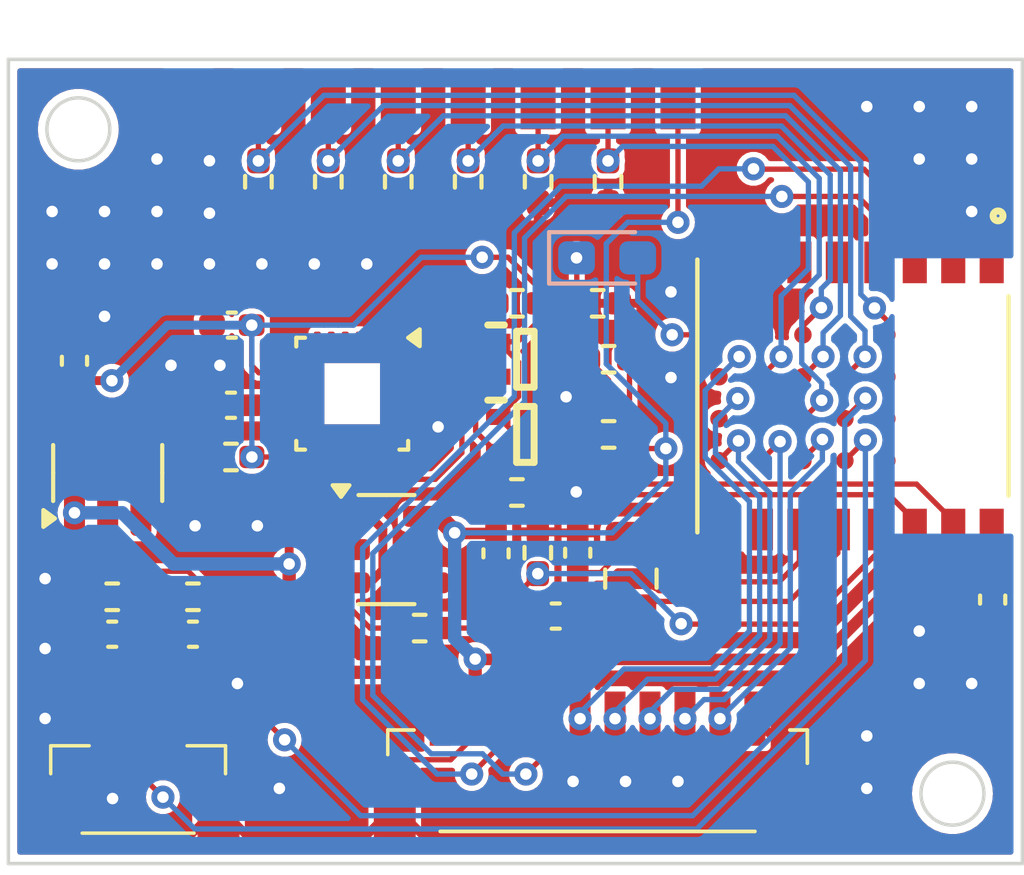
<source format=kicad_pcb>
(kicad_pcb (version 20240108) (generator "pcbnew") (generator_version "8.0")
  (layers (0 "F.Cu" signal) (31 "B.Cu" signal) (34 "B.Paste" user) (35 "F.Paste" user) (36 "B.SilkS" user "B.Silkscreen") (37 "F.SilkS" user "F.Silkscreen") (38 "B.Mask" user) (39 "F.Mask" user) (44 "Edge.Cuts" user))
  (net 0 "")
  (net 1 "GND")
  (net 2 "VCC")
  (net 3 "Net-(U2-REGOUT)")
  (net 4 "Net-(U1-P00{slash}XL1)")
  (net 5 "+1V8")
  (net 6 "Net-(U1-P01{slash}XL2)")
  (net 7 "Net-(D1-K)")
  (net 8 "/LED1")
  (net 9 "/VBAT")
  (net 10 "/SDA")
  (net 11 "/SCL")
  (net 12 "/SWDCLK")
  (net 13 "/SWDIO")
  (net 14 "Net-(U2-~{CS})")
  (net 15 "/SCL_1V8")
  (net 16 "/SDA_1V8")
  (net 17 "/BAT_V")
  (net 23 "/VIB_CTRL")
  (net 47 "/A3")
  (net 48 "/EN_A")
  (net 49 "/EN_B")
  (net 50 "/A5")
  (net 51 "/BTN_2")
  (net 52 "/BTN_3")
  (net 53 "/BTN_4")
  (net 54 "/BTN_1")
  (net 55 "/A2")
  (net 56 "/A1")
  (net 57 "/A4")
  (net 58 "/A0")
  (footprint "Capacitor_SMD:C_0402_1005Metric_Pad0.74x0.62mm_HandSolder" (layer "F.Cu") (at 165.8135 116.120121)
    (property "Reference" "C4" (hide yes))
    (property "Value" "22pF")
  )
  (footprint "Capacitor_SMD:C_0402_1005Metric_Pad0.74x0.62mm_HandSolder" (layer "F.Cu") (at 164.106 114.325121 -90)
    (property "Reference" "C5" (hide yes))
    (property "Value" "10uF")
  )
  (footprint "Sensor_Motion:InvenSense_QFN-24_3x3mm_P0.4mm" (layer "F.Cu") (at 159.9935 109.760121 -90)
    (property "Reference" "U2" (hide yes))
    (property "Value" "ICM-20948")
  )
  (footprint "Resistor_SMD:R_0402_1005Metric_Pad0.72x0.64mm_HandSolder" (layer "F.Cu") (at 156.526 111.570121)
    (property "Reference" "R3" (hide yes))
    (property "Value" "10K")
  )
  (footprint "Resistor_SMD:R_0402_1005Metric_Pad0.72x0.64mm_HandSolder" (layer "F.Cu") (at 167.326 108.775121)
    (property "Reference" "R1" (hide yes))
    (property "Value" "4.7K")
  )
  (footprint "SamacSys_Parts:BM03BSRSSTBTLFSN" (layer "F.Cu") (at 153.87 119.828621)
    (property "Reference" "J1" (hide yes))
    (property "Value" "encoder" (hide yes))
  )
  (footprint "Resistor_SMD:R_0402_1005Metric_Pad0.72x0.64mm_HandSolder" (layer "F.Cu") (at 161.9235 116.463621)
    (property "Reference" "R7" (hide yes))
    (property "Value" "499K")
  )
  (footprint "Package_TO_SOT_SMD:SOT-23-5" (layer "F.Cu") (at 153 112.028621 90)
    (property "Reference" "U4" (hide yes))
    (property "Value" "AP2112K-1.8")
  )
  (footprint "Package_TO_SOT_SMD:SOT-23-5" (layer "F.Cu") (at 160.9735 114.218621)
    (property "Reference" "U3" (hide yes))
    (property "Value" "AP2112K-3.3")
  )
  (footprint "SamacSys_Parts:SOTFL50P160X60-3N" (layer "F.Cu") (at 164.9455 110.925121)
    (property "Reference" "Q1" (hide yes))
    (property "Value" "PJE8408_R1_00001" (hide yes))
  )
  (footprint "SamacSys_Parts:SOTFL50P160X60-3N" (layer "F.Cu") (at 164.9455 108.775121)
    (property "Reference" "Q2" (hide yes))
    (property "Value" "PJE8408_R1_00001" (hide yes))
  )
  (footprint "Resistor_SMD:R_0402_1005Metric_Pad0.72x0.64mm_HandSolder" (layer "F.Cu") (at 167.0135 107.175121)
    (property "Reference" "R11" (hide yes))
    (property "Value" "330")
  )
  (footprint "Resistor_SMD:R_0402_1005Metric_Pad0.72x0.64mm_HandSolder" (layer "F.Cu") (at 163.31 103.698621 90)
    (property "Reference" "R13" (hide yes))
    (property "Value" "10K")
  )
  (footprint "Resistor_SMD:R_0402_1005Metric_Pad0.72x0.64mm_HandSolder" (layer "F.Cu") (at 161.31 103.698621 90)
    (property "Reference" "R14" (hide yes))
    (property "Value" "10K")
  )
  (footprint "Capacitor_SMD:C_0805_2012Metric_Pad1.18x1.45mm_HandSolder" (layer "F.Cu") (at 167.9635 115.050121 90)
    (property "Reference" "Y1" (hide yes))
    (property "Value" "32.768kHz")
  )
  (footprint "SamacSys_Parts:BM10BSRSSTBLFSN" (layer "F.Cu") (at 167.01 120.828621)
    (property "Reference" "J2" (hide yes))
    (property "Value" "buttons" (hide yes))
  )
  (footprint "Resistor_SMD:R_0402_1005Metric_Pad0.72x0.64mm_HandSolder" (layer "F.Cu") (at 165.301 114.308621 90)
    (property "Reference" "R8" (hide yes))
    (property "Value" "499K")
  )
  (footprint "Capacitor_SMD:C_0402_1005Metric_Pad0.74x0.62mm_HandSolder" (layer "F.Cu") (at 153.13 116.638621)
    (property "Reference" "C9" (hide yes))
    (property "Value" "0.1uF")
  )
  (footprint "Capacitor_SMD:C_0402_1005Metric_Pad0.74x0.62mm_HandSolder" (layer "F.Cu") (at 166.4425 114.308621 -90)
    (property "Reference" "C2" (hide yes))
    (property "Value" "22pF")
  )
  (footprint "Resistor_SMD:R_0402_1005Metric_Pad0.72x0.64mm_HandSolder" (layer "F.Cu") (at 167.326 110.925121)
    (property "Reference" "R2" (hide yes))
    (property "Value" "4.7K")
  )
  (footprint "Resistor_SMD:R_0402_1005Metric_Pad0.72x0.64mm_HandSolder" (layer "F.Cu") (at 165.31 103.698621 90)
    (property "Reference" "R12" (hide yes))
    (property "Value" "10K")
  )
  (footprint "Resistor_SMD:R_0402_1005Metric_Pad0.72x0.64mm_HandSolder" (layer "F.Cu") (at 159.31 103.698621 90)
    (property "Reference" "R15" (hide yes))
    (property "Value" "10K")
  )
  (footprint "Resistor_SMD:R_0402_1005Metric_Pad0.72x0.64mm_HandSolder" (layer "F.Cu") (at 164.7035 112.585121)
    (property "Reference" "R5" (hide yes))
    (property "Value" "10K")
  )
  (footprint "Resistor_SMD:R_0402_1005Metric_Pad0.72x0.64mm_HandSolder" (layer "F.Cu") (at 155.4375 115.568621)
    (property "Reference" "R9" (hide yes))
    (property "Value" "10K")
  )
  (footprint "Capacitor_SMD:C_0402_1005Metric_Pad0.74x0.62mm_HandSolder" (layer "F.Cu") (at 155.4375 116.638621 180)
    (property "Reference" "C10" (hide yes))
    (property "Value" "0.1uF")
  )
  (footprint "Capacitor_SMD:C_0402_1005Metric_Pad0.74x0.62mm_HandSolder" (layer "F.Cu") (at 152.05 108.818621 90)
    (property "Reference" "C6" (hide yes))
    (property "Value" "10uF")
  )
  (footprint "Mylib:pinheader_pitch_2mmx8" (layer "F.Cu") (at 162.31 101.348621)
    (property "Reference" "J3" (hide yes))
    (property "Value" "joystick")
  )
  (footprint "Resistor_SMD:R_0402_1005Metric_Pad0.72x0.64mm_HandSolder" (layer "F.Cu") (at 153.13 115.568621 180)
    (property "Reference" "R4" (hide yes))
    (property "Value" "10K")
  )
  (footprint "Capacitor_SMD:C_0402_1005Metric_Pad0.74x0.62mm_HandSolder" (layer "F.Cu") (at 178.31 115.648621 -90)
    (property "Reference" "C8" (hide yes))
    (property "Value" "0.1uF")
  )
  (footprint "Resistor_SMD:R_0402_1005Metric_Pad0.72x0.64mm_HandSolder" (layer "F.Cu") (at 167.31 103.698621 90)
    (property "Reference" "R10" (hide yes))
    (property "Value" "10K")
  )
  (footprint "Mylib:XCVR_BC832" (layer "F.Cu") (at 174.3645 109.825121 -90)
    (property "Reference" "U1" (hide yes))
    (property "Value" "BC832")
  )
  (footprint "Resistor_SMD:R_0402_1005Metric_Pad0.72x0.64mm_HandSolder" (layer "F.Cu") (at 164.705 107.175121)
    (property "Reference" "R6" (hide yes))
    (property "Value" "10K")
  )
  (footprint "Capacitor_SMD:C_0402_1005Metric_Pad0.74x0.62mm_HandSolder" (layer "F.Cu") (at 156.526 110.090121 180)
    (property "Reference" "C1" (hide yes))
    (property "Value" "0.1uF")
  )
  (footprint "Capacitor_SMD:C_0402_1005Metric_Pad0.74x0.62mm_HandSolder" (layer "F.Cu") (at 156.55 107.798621 180)
    (property "Reference" "C3" (hide yes))
    (property "Value" "0.1uF")
  )
  (footprint "Resistor_SMD:R_0402_1005Metric_Pad0.72x0.64mm_HandSolder" (layer "F.Cu") (at 157.31 103.698621 90)
    (property "Reference" "R16" (hide yes))
    (property "Value" "10K")
  )
  (footprint "LED_SMD:LED_0603_1608Metric_Pad1.05x0.95mm_HandSolder" (layer "B.Cu") (at 167.2835 105.875121)
    (property "Reference" "D1" (hide yes))
    (property "Value" "RED")
  )
  (gr_line (start 179.16 100.198621) (end 179.16 123.198621) (stroke (width 0.1)) (layer "Edge.Cuts"))
  (gr_circle (center 177.16 121.198621) (end 178.06 121.198621) (stroke (width 0.1)) (fill none) (layer "Edge.Cuts"))
  (gr_line (start 150.16 123.198621) (end 150.16 100.198621) (stroke (width 0.1)) (layer "Edge.Cuts"))
  (gr_line (start 179.16 123.198621) (end 150.16 123.198621) (stroke (width 0.1)) (layer "Edge.Cuts"))
  (gr_circle (center 152.16 102.198621) (end 153.06 102.198621) (stroke (width 0.1)) (fill none) (layer "Edge.Cuts"))
  (gr_line (start 150.16 100.198621) (end 179.16 100.198621) (stroke (width 0.1)) (layer "Edge.Cuts"))
  (segment (start 159.0435 110.190121) (end 159.0435 109.710121) (width 0.1524) (layer "F.Cu") (net 1))
  (segment (start 158.4935 110.360121) (end 158.8735 110.360121) (width 0.1524) (layer "F.Cu") (net 1))
  (segment (start 159.0435 109.710121) (end 158.8935 109.560121) (width 0.1524) (layer "F.Cu") (net 1))
  (segment (start 158.8935 109.560121) (end 158.4935 109.560121) (width 0.1524) (layer "F.Cu") (net 1))
  (segment (start 158.8735 110.360121) (end 159.0435 110.190121) (width 0.1524) (layer "F.Cu") (net 1))
  (via (at 154.81 108.948621) (size 0.6604) (drill 0.3302) (layers "F.Cu" "B.Cu") (net 1))
  (via (at 166.11 109.848621) (size 0.6604) (drill 0.3302) (layers "F.Cu" "B.Cu") (net 1))
  (via (at 151.21 117.048621) (size 0.6604) (drill 0.3302) (layers "F.Cu" "B.Cu") (net 1))
  (via (at 166.31 120.848621) (size 0.6604) (drill 0.3302) (layers "F.Cu" "B.Cu") (net 1))
  (via (at 157.91 121.048621) (size 0.6604) (drill 0.3302) (layers "F.Cu" "B.Cu") (net 1))
  (via (at 153.14 121.338621) (size 0.6604) (drill 0.3302) (layers "F.Cu" "B.Cu") (net 1))
  (via (at 154.41 103.048621) (size 0.6604) (drill 0.3302) (layers "F.Cu" "B.Cu") (net 1))
  (via (at 166.4 112.568621) (size 0.6604) (drill 0.3302) (layers "F.Cu" "B.Cu") (net 1))
  (via (at 155.5 113.538621) (size 0.6604) (drill 0.3302) (layers "F.Cu" "B.Cu") (net 1))
  (via (at 177.71 118.048621) (size 0.6604) (drill 0.3302) (layers "F.Cu" "B.Cu") (net 1))
  (via (at 154.41 106.048621) (size 0.6604) (drill 0.3302) (layers "F.Cu" "B.Cu") (net 1))
  (via (at 156.21 108.948621) (size 0.6604) (drill 0.3302) (layers "F.Cu" "B.Cu") (net 1))
  (via (at 155.91 106.048621) (size 0.6604) (drill 0.3302) (layers "F.Cu" "B.Cu") (net 1))
  (via (at 177.71 101.548621) (size 0.6604) (drill 0.3302) (layers "F.Cu" "B.Cu") (net 1))
  (via (at 174.71 119.548621) (size 0.6604) (drill 0.3302) (layers "F.Cu" "B.Cu") (net 1))
  (via (at 155.91 104.598621) (size 0.6604) (drill 0.3302) (layers "F.Cu" "B.Cu") (net 1))
  (via (at 152.91 107.548621) (size 0.6604) (drill 0.3302) (layers "F.Cu" "B.Cu") (net 1))
  (via (at 156.71 118.048621) (size 0.6604) (drill 0.3302) (layers "F.Cu" "B.Cu") (net 1))
  (via (at 169.11 106.848621) (size 0.6604) (drill 0.3302) (layers "F.Cu" "B.Cu") (net 1))
  (via (at 169.11 109.298621) (size 0.6604) (drill 0.3302) (layers "F.Cu" "B.Cu") (net 1))
  (via (at 162.45 110.708621) (size 0.6604) (drill 0.3302) (layers "F.Cu" "B.Cu") (net 1))
  (via (at 177.71 104.548621) (size 0.6604) (drill 0.3302) (layers "F.Cu" "B.Cu") (net 1))
  (via (at 151.21 119.048621) (size 0.6604) (drill 0.3302) (layers "F.Cu" "B.Cu") (net 1))
  (via (at 158.91 106.048621) (size 0.6604) (drill 0.3302) (layers "F.Cu" "B.Cu") (net 1))
  (via (at 176.21 116.548621) (size 0.6604) (drill 0.3302) (layers "F.Cu" "B.Cu") (net 1))
  (via (at 151.41 104.548621) (size 0.6604) (drill 0.3302) (layers "F.Cu" "B.Cu") (net 1))
  (via (at 177.71 103.048621) (size 0.6604) (drill 0.3302) (layers "F.Cu" "B.Cu") (net 1))
  (via (at 176.21 101.548621) (size 0.6604) (drill 0.3302) (layers "F.Cu" "B.Cu") (net 1))
  (via (at 160.41 106.048621) (size 0.6604) (drill 0.3302) (layers "F.Cu" "B.Cu") (net 1))
  (via (at 176.21 118.048621) (size 0.6604) (drill 0.3302) (layers "F.Cu" "B.Cu") (net 1))
  (via (at 154.41 104.548621) (size 0.6604) (drill 0.3302) (layers "F.Cu" "B.Cu") (net 1))
  (via (at 157.28 113.538621) (size 0.6604) (drill 0.3302) (layers "F.Cu" "B.Cu") (net 1))
  (via (at 152.91 106.048621) (size 0.6604) (drill 0.3302) (layers "F.Cu" "B.Cu") (net 1))
  (via (at 169.31 120.848621) (size 0.6604) (drill 0.3302) (layers "F.Cu" "B.Cu") (net 1))
  (via (at 176.21 103.048621) (size 0.6604) (drill 0.3302) (layers "F.Cu" "B.Cu") (net 1))
  (via (at 174.71 101.548621) (size 0.6604) (drill 0.3302) (layers "F.Cu" "B.Cu") (net 1))
  (via (at 151.21 115.048621) (size 0.6604) (drill 0.3302) (layers "F.Cu" "B.Cu") (net 1))
  (via (at 157.41 106.048621) (size 0.6604) (drill 0.3302) (layers "F.Cu" "B.Cu") (net 1))
  (via (at 155.91 103.098621) (size 0.6604) (drill 0.3302) (layers "F.Cu" "B.Cu") (net 1))
  (via (at 174.71 121.048621) (size 0.6604) (drill 0.3302) (layers "F.Cu" "B.Cu") (net 1))
  (via (at 167.81 120.848621) (size 0.6604) (drill 0.3302) (layers "F.Cu" "B.Cu") (net 1))
  (via (at 152.91 104.548621) (size 0.6604) (drill 0.3302) (layers "F.Cu" "B.Cu") (net 1))
  (via (at 151.41 106.048621) (size 0.6604) (drill 0.3302) (layers "F.Cu" "B.Cu") (net 1))
  (segment (start 175.6275 115.081121) (end 178.31 115.081121) (width 0.3302) (layer "F.Cu") (net 2))
  (segment (start 167.9235 110.925121) (end 167.9235 108.775121) (width 0.1524) (layer "F.Cu") (net 2))
  (segment (start 153.2625 114.838621) (end 155.305 114.838621) (width 0.1524) (layer "F.Cu") (net 2))
  (segment (start 156.035 115.568621) (end 160.695 120.228621) (width 0.1524) (layer "F.Cu") (net 2))
  (segment (start 168.327 111.328621) (end 167.9235 110.925121) (width 0.1524) (layer "F.Cu") (net 2))
  (segment (start 163.51 117.348621) (end 163.52 117.358621) (width 0.3302) (layer "F.Cu") (net 2))
  (segment (start 178.2825 115.053621) (end 178.2825 113.645121) (width 0.3302) (layer "F.Cu") (net 2))
  (segment (start 162.4525 113.268621) (end 162.9225 113.738621) (width 0.508) (layer "F.Cu") (net 2))
  (segment (start 162.9535 113.757621) (end 162.9345 113.738621) (width 0.3302) (layer "F.Cu") (net 2))
  (segment (start 163.51 119.528621) (end 163.51 119.053621) (width 0.1524) (layer "F.Cu") (net 2))
  (segment (start 168.9625 111.328621) (end 168.327 111.328621) (width 0.1524) (layer "F.Cu") (net 2))
  (segment (start 162.81 120.228621) (end 163.51 119.528621) (width 0.1524) (layer "F.Cu") (net 2))
  (segment (start 162.9345 113.738621) (end 162.9225 113.738621) (width 0.3302) (layer "F.Cu") (net 2))
  (segment (start 169.31 104.858621) (end 169.31 101.348621) (width 0.1524) (layer "F.Cu") (net 2))
  (segment (start 162.111 113.268621) (end 162.4525 113.268621) (width 0.508) (layer "F.Cu") (net 2))
  (segment (start 160.695 120.228621) (end 162.81 120.228621) (width 0.1524) (layer "F.Cu") (net 2))
  (segment (start 155.305 114.838621) (end 156.035 115.568621) (width 0.1524) (layer "F.Cu") (net 2))
  (segment (start 173.35 117.358621) (end 175.6275 115.081121) (width 0.3302) (layer "F.Cu") (net 2))
  (segment (start 163.52 117.358621) (end 173.35 117.358621) (width 0.3302) (layer "F.Cu") (net 2))
  (segment (start 163.51 117.348621) (end 163.51 119.053621) (width 0.381) (layer "F.Cu") (net 2))
  (segment (start 152.5325 115.568621) (end 153.2625 114.838621) (width 0.1524) (layer "F.Cu") (net 2))
  (segment (start 178.31 115.081121) (end 178.2825 115.053621) (width 0.3302) (layer "F.Cu") (net 2))
  (segment (start 164.106 113.757621) (end 162.9535 113.757621) (width 0.3302) (layer "F.Cu") (net 2))
  (via (at 162.9225 113.738621) (size 0.6604) (drill 0.3302) (layers "F.Cu" "B.Cu") (net 2))
  (via (at 163.51 117.348621) (size 0.6604) (drill 0.3302) (layers "F.Cu" "B.Cu") (net 2))
  (via (at 168.9625 111.328621) (size 0.6604) (drill 0.3302) (layers "F.Cu" "B.Cu") (net 2))
  (via (at 169.31 104.858621) (size 0.6604) (drill 0.3302) (layers "F.Cu" "B.Cu") (net 2))
  (segment (start 167.43 113.738621) (end 162.9225 113.738621) (width 0.1524) (layer "B.Cu") (net 2))
  (segment (start 168.9625 112.206121) (end 167.43 113.738621) (width 0.1524) (layer "B.Cu") (net 2))
  (segment (start 162.9225 113.738621) (end 162.9225 116.761121) (width 0.381) (layer "B.Cu") (net 2))
  (segment (start 162.9225 116.761121) (end 163.51 117.348621) (width 0.381) (layer "B.Cu") (net 2))
  (segment (start 168.9625 111.328621) (end 168.9625 112.206121) (width 0.1524) (layer "B.Cu") (net 2))
  (segment (start 169.31 104.858621) (end 167.87 104.858621) (width 0.1524) (layer "B.Cu") (net 2))
  (segment (start 167.26 108.908621) (end 168.9625 110.611121) (width 0.1524) (layer "B.Cu") (net 2))
  (segment (start 167.26 105.468621) (end 167.26 108.908621) (width 0.1524) (layer "B.Cu") (net 2))
  (segment (start 167.87 104.858621) (end 167.26 105.468621) (width 0.1524) (layer "B.Cu") (net 2))
  (segment (start 168.9625 110.611121) (end 168.9625 111.328621) (width 0.1524) (layer "B.Cu") (net 2))
  (segment (start 158.4935 109.960121) (end 157.2235 109.960121) (width 0.1524) (layer "F.Cu") (net 3))
  (segment (start 157.2235 109.960121) (end 157.0935 110.090121) (width 0.1524) (layer "F.Cu") (net 3))
  (segment (start 172.7825 114.561121) (end 172.7825 113.645121) (width 0.1524) (layer "F.Cu") (net 4))
  (segment (start 172.2035 115.140121) (end 172.7825 114.561121) (width 0.1524) (layer "F.Cu") (net 4))
  (segment (start 170.0735 115.140121) (end 172.2035 115.140121) (width 0.1524) (layer "F.Cu") (net 4))
  (segment (start 166.4425 114.876121) (end 167.1 114.876121) (width 0.1524) (layer "F.Cu") (net 4))
  (segment (start 168.946 114.012621) (end 170.0735 115.140121) (width 0.1524) (layer "F.Cu") (net 4))
  (segment (start 167.9635 114.012621) (end 168.946 114.012621) (width 0.1524) (layer "F.Cu") (net 4))
  (segment (start 167.1 114.876121) (end 167.9635 114.012621) (width 0.1524) (layer "F.Cu") (net 4))
  (segment (start 157.12 107.800121) (end 157.12 108.958621) (width 0.1524) (layer "F.Cu") (net 5))
  (segment (start 152.05 110.891121) (end 152.05 109.386121) (width 0.254) (layer "F.Cu") (net 5))
  (segment (start 158.1385 111.260121) (end 157.8285 111.570121) (width 0.1524) (layer "F.Cu") (net 5))
  (segment (start 164.77 111.024621) (end 164.77 112.028621) (width 0.1524) (layer "F.Cu") (net 5))
  (segment (start 165.3025 107.696121) (end 165.3025 107.175121) (width 0.1524) (layer "F.Cu") (net 5))
  (segment (start 164.452 105.858621) (end 165.3025 106.709121) (width 0.1524) (layer "F.Cu") (net 5))
  (segment (start 153.1175 109.386121) (end 153.12 109.388621) (width 0.254) (layer "F.Cu") (net 5))
  (segment (start 152.05 109.386121) (end 153.1175 109.386121) (width 0.254) (layer "F.Cu") (net 5))
  (segment (start 157.8285 111.570121) (end 157.1235 111.570121) (width 0.1524) (layer "F.Cu") (net 5))
  (segment (start 164.1705 108.275121) (end 164.7235 108.275121) (width 0.1524) (layer "F.Cu") (net 5))
  (segment (start 164.1705 110.425121) (end 164.77 111.024621) (width 0.1524) (layer "F.Cu") (net 5))
  (segment (start 164.75 108.854621) (end 164.1705 108.275121) (width 0.1524) (layer "F.Cu") (net 5))
  (segment (start 164.75 109.845621) (end 164.75 108.854621) (width 0.1524) (layer "F.Cu") (net 5))
  (segment (start 157.3215 109.160121) (end 158.4935 109.160121) (width 0.1524) (layer "F.Cu") (net 5))
  (segment (start 164.1705 110.425121) (end 164.75 109.845621) (width 0.1524) (layer "F.Cu") (net 5))
  (segment (start 157.12 108.958621) (end 157.3215 109.160121) (width 0.1524) (layer "F.Cu") (net 5))
  (segment (start 165.301 112.559621) (end 165.301 112.585121) (width 0.1524) (layer "F.Cu") (net 5))
  (segment (start 158.9935 111.260121) (end 158.1385 111.260121) (width 0.1524) (layer "F.Cu") (net 5))
  (segment (start 163.71 105.858621) (end 164.452 105.858621) (width 0.1524) (layer "F.Cu") (net 5))
  (segment (start 164.7235 108.275121) (end 165.3025 107.696121) (width 0.1524) (layer "F.Cu") (net 5))
  (segment (start 164.77 112.028621) (end 165.301 112.559621) (width 0.1524) (layer "F.Cu") (net 5))
  (segment (start 165.3025 106.709121) (end 165.3025 107.175121) (width 0.1524) (layer "F.Cu") (net 5))
  (via (at 157.1235 111.570121) (size 0.6604) (drill 0.3302) (layers "F.Cu" "B.Cu") (net 5))
  (via (at 153.12 109.388621) (size 0.6604) (drill 0.3302) (layers "F.Cu" "B.Cu") (net 5))
  (via (at 163.71 105.858621) (size 0.6604) (drill 0.3302) (layers "F.Cu" "B.Cu") (net 5))
  (via (at 157.12 107.800121) (size 0.6604) (drill 0.3302) (layers "F.Cu" "B.Cu") (net 5))
  (segment (start 157.1235 107.803621) (end 157.1235 111.570121) (width 0.1524) (layer "B.Cu") (net 5))
  (segment (start 157.12 107.800121) (end 157.1235 107.803621) (width 0.1524) (layer "B.Cu") (net 5))
  (segment (start 160.0335 107.800121) (end 157.12 107.800121) (width 0.1524) (layer "B.Cu") (net 5))
  (segment (start 161.975 105.858621) (end 160.0335 107.800121) (width 0.1524) (layer "B.Cu") (net 5))
  (segment (start 154.7085 107.800121) (end 153.12 109.388621) (width 0.254) (layer "B.Cu") (net 5))
  (segment (start 157.12 107.800121) (end 154.7085 107.800121) (width 0.254) (layer "B.Cu") (net 5))
  (segment (start 163.71 105.858621) (end 161.975 105.858621) (width 0.1524) (layer "B.Cu") (net 5))
  (segment (start 167.9635 116.087621) (end 166.4135 116.087621) (width 0.1524) (layer "F.Cu") (net 6))
  (segment (start 166.4135 116.087621) (end 166.381 116.120121) (width 0.1524) (layer "F.Cu") (net 6))
  (segment (start 167.9635 116.087621) (end 168.351 115.700121) (width 0.1524) (layer "F.Cu") (net 6))
  (segment (start 172.4935 115.700121) (end 173.8825 114.311121) (width 0.1524) (layer "F.Cu") (net 6))
  (segment (start 168.351 115.700121) (end 172.4935 115.700121) (width 0.1524) (layer "F.Cu") (net 6))
  (segment (start 173.8825 114.311121) (end 173.8825 113.645121) (width 0.1524) (layer "F.Cu") (net 6))
  (segment (start 166.416 107.175121) (end 166.416 105.882621) (width 0.1524) (layer "F.Cu") (net 7))
  (segment (start 166.416 105.882621) (end 166.4085 105.875121) (width 0.1524) (layer "F.Cu") (net 7))
  (via (at 166.4085 105.875121) (size 0.6604) (drill 0.3302) (layers "F.Cu" "B.Cu") (net 7))
  (segment (start 170.4835 108.075121) (end 169.1435 108.075121) (width 0.1524) (layer "F.Cu") (net 8))
  (via (at 169.1435 108.075121) (size 0.6604) (drill 0.3302) (layers "F.Cu" "B.Cu") (net 8))
  (segment (start 168.1585 107.090121) (end 169.1435 108.075121) (width 0.1524) (layer "B.Cu") (net 8))
  (segment (start 168.1585 105.875121) (end 168.1585 107.090121) (width 0.1524) (layer "B.Cu") (net 8))
  (segment (start 158.82 113.268621) (end 159.836 113.268621) (width 0.254) (layer "F.Cu") (net 9))
  (segment (start 158.19 114.628621) (end 158.19 113.898621) (width 0.254) (layer "F.Cu") (net 9))
  (segment (start 153.95 113.166121) (end 153.95 112.578621) (width 0.254) (layer "F.Cu") (net 9))
  (segment (start 160.498499 115.168621) (end 160.87 114.79712) (width 0.254) (layer "F.Cu") (net 9))
  (segment (start 159.99 117.728621) (end 161.64 117.728621) (width 0.381) (layer "F.Cu") (net 9))
  (segment (start 160.505 116.463621) (end 161.326 116.463621) (width 0.1524) (layer "F.Cu") (net 9))
  (segment (start 162.51 118.598621) (end 162.51 119.053621) (width 0.381) (layer "F.Cu") (net 9))
  (segment (start 158.19 114.628621) (end 158.19 115.928621) (width 0.381) (layer "F.Cu") (net 9))
  (segment (start 152.68 112.038621) (end 153.41 112.038621) (width 0.254) (layer "F.Cu") (net 9))
  (segment (start 160.87 114.79712) (end 160.87 113.640122) (width 0.254) (layer "F.Cu") (net 9))
  (segment (start 153.95 112.578621) (end 153.41 112.038621) (width 0.254) (layer "F.Cu") (net 9))
  (segment (start 161.64 117.728621) (end 162.51 118.598621) (width 0.381) (layer "F.Cu") (net 9))
  (segment (start 158.19 113.898621) (end 158.82 113.268621) (width 0.254) (layer "F.Cu") (net 9))
  (segment (start 159.836 115.168621) (end 160.498499 115.168621) (width 0.254) (layer "F.Cu") (net 9))
  (segment (start 152.05 113.166121) (end 152.05 112.668621) (width 0.254) (layer "F.Cu") (net 9))
  (segment (start 159.836 113.268621) (end 160.498499 113.268621) (width 0.254) (layer "F.Cu") (net 9))
  (segment (start 152.05 112.668621) (end 152.68 112.038621) (width 0.254) (layer "F.Cu") (net 9))
  (segment (start 158.19 115.928621) (end 159.99 117.728621) (width 0.381) (layer "F.Cu") (net 9))
  (segment (start 159.836 115.794621) (end 160.505 116.463621) (width 0.1524) (layer "F.Cu") (net 9))
  (segment (start 159.836 115.168621) (end 159.836 115.794621) (width 0.1524) (layer "F.Cu") (net 9))
  (segment (start 160.498499 113.268621) (end 160.87 113.640122) (width 0.254) (layer "F.Cu") (net 9))
  (via (at 152.05 113.166121) (size 0.6604) (drill 0.3302) (layers "F.Cu" "B.Cu") (net 9))
  (via (at 158.19 114.628621) (size 0.6604) (drill 0.3302) (layers "F.Cu" "B.Cu") (net 9))
  (segment (start 154.88 114.628621) (end 153.4175 113.166121) (width 0.381) (layer "B.Cu") (net 9))
  (segment (start 153.4175 113.166121) (end 152.05 113.166121) (width 0.381) (layer "B.Cu") (net 9))
  (segment (start 158.19 114.628621) (end 154.88 114.628621) (width 0.381) (layer "B.Cu") (net 9))
  (segment (start 168.0165 112.345121) (end 167.3235 111.652121) (width 0.1524) (layer "F.Cu") (net 10))
  (segment (start 177.1825 113.395121) (end 176.1325 112.345121) (width 0.1524) (layer "F.Cu") (net 10))
  (segment (start 165.7835 108.775121) (end 166.7285 108.775121) (width 0.1524) (layer "F.Cu") (net 10))
  (segment (start 167.3235 111.652121) (end 167.3235 109.370121) (width 0.1524) (layer "F.Cu") (net 10))
  (segment (start 177.1825 113.645121) (end 177.1825 113.395121) (width 0.1524) (layer "F.Cu") (net 10))
  (segment (start 167.3235 109.370121) (end 166.7285 108.775121) (width 0.1524) (layer "F.Cu") (net 10))
  (segment (start 176.1325 112.345121) (end 168.0165 112.345121) (width 0.1524) (layer "F.Cu") (net 10))
  (segment (start 166.7285 111.567121) (end 167.81 112.648621) (width 0.1524) (layer "F.Cu") (net 11))
  (segment (start 166.7285 110.925121) (end 166.7285 111.567121) (width 0.1524) (layer "F.Cu") (net 11))
  (segment (start 167.81 112.648621) (end 175.336 112.648621) (width 0.1524) (layer "F.Cu") (net 11))
  (segment (start 176.0825 113.395121) (end 176.0825 113.645121) (width 0.1524) (layer "F.Cu") (net 11))
  (segment (start 165.7835 110.925121) (end 166.7285 110.925121) (width 0.1524) (layer "F.Cu") (net 11))
  (segment (start 175.336 112.648621) (end 176.0825 113.395121) (width 0.1524) (layer "F.Cu") (net 11))
  (segment (start 165.51 120.088621) (end 164.96 120.638621) (width 0.1524) (layer "F.Cu") (net 12))
  (segment (start 165.51 119.053621) (end 165.51 120.088621) (width 0.1524) (layer "F.Cu") (net 12))
  (segment (start 172.28 104.118621) (end 174.45 104.118621) (width 0.1524) (layer "F.Cu") (net 12))
  (segment (start 174.45 104.118621) (end 174.9825 104.651121) (width 0.1524) (layer "F.Cu") (net 12))
  (segment (start 174.9825 104.651121) (end 174.9825 106.005121) (width 0.1524) (layer "F.Cu") (net 12))
  (via (at 164.96 120.638621) (size 0.6604) (drill 0.3302) (layers "F.Cu" "B.Cu") (net 12))
  (via (at 172.28 104.118621) (size 0.6604) (drill 0.3302) (layers "F.Cu" "B.Cu") (net 12))
  (segment (start 162.253092 120.058621) (end 160.5821 118.387629) (width 0.1524) (layer "B.Cu") (net 12))
  (segment (start 164.9221 105.306521) (end 166.11 104.118621) (width 0.1524) (layer "B.Cu") (net 12))
  (segment (start 163.72 120.058621) (end 162.253092 120.058621) (width 0.1524) (layer "B.Cu") (net 12))
  (segment (start 164.9221 109.986521) (end 164.9221 105.306521) (width 0.1524) (layer "B.Cu") (net 12))
  (segment (start 160.5821 114.326521) (end 164.9221 109.986521) (width 0.1524) (layer "B.Cu") (net 12))
  (segment (start 164.3 120.638621) (end 163.72 120.058621) (width 0.1524) (layer "B.Cu") (net 12))
  (segment (start 166.11 104.118621) (end 172.28 104.118621) (width 0.1524) (layer "B.Cu") (net 12))
  (segment (start 160.5821 118.387629) (end 160.5821 114.326521) (width 0.1524) (layer "B.Cu") (net 12))
  (segment (start 164.96 120.638621) (end 164.3 120.638621) (width 0.1524) (layer "B.Cu") (net 12))
  (segment (start 174.63 103.338621) (end 176.0825 104.791121) (width 0.1524) (layer "F.Cu") (net 13))
  (segment (start 171.47 103.328621) (end 171.48 103.338621) (width 0.1524) (layer "F.Cu") (net 13))
  (segment (start 164.51 119.538621) (end 164.51 119.053621) (width 0.1524) (layer "F.Cu") (net 13))
  (segment (start 163.41 120.638621) (end 164.51 119.538621) (width 0.1524) (layer "F.Cu") (net 13))
  (segment (start 171.48 103.338621) (end 174.63 103.338621) (width 0.1524) (layer "F.Cu") (net 13))
  (segment (start 176.0825 104.791121) (end 176.0825 106.005121) (width 0.1524) (layer "F.Cu") (net 13))
  (via (at 171.47 103.328621) (size 0.6604) (drill 0.3302) (layers "F.Cu" "B.Cu") (net 13))
  (via (at 163.41 120.638621) (size 0.6604) (drill 0.3302) (layers "F.Cu" "B.Cu") (net 13))
  (segment (start 169.9821 103.826521) (end 170.48 103.328621) (width 0.1524) (layer "B.Cu") (net 13))
  (segment (start 170.48 103.328621) (end 171.47 103.328621) (width 0.1524) (layer "B.Cu") (net 13))
  (segment (start 164.63 109.838621) (end 164.63 105.158621) (width 0.1524) (layer "B.Cu") (net 13))
  (segment (start 165.9621 103.826521) (end 169.9821 103.826521) (width 0.1524) (layer "B.Cu") (net 13))
  (segment (start 162.42 120.638621) (end 160.29 118.508621) (width 0.1524) (layer "B.Cu") (net 13))
  (segment (start 163.41 120.638621) (end 162.42 120.638621) (width 0.1524) (layer "B.Cu") (net 13))
  (segment (start 160.29 114.178621) (end 164.63 109.838621) (width 0.1524) (layer "B.Cu") (net 13))
  (segment (start 164.63 105.158621) (end 165.9621 103.826521) (width 0.1524) (layer "B.Cu") (net 13))
  (segment (start 160.29 118.508621) (end 160.29 114.178621) (width 0.1524) (layer "B.Cu") (net 13))
  (segment (start 163.13 109.868621) (end 162.8215 109.560121) (width 0.1524) (layer "F.Cu") (net 14))
  (segment (start 158.74 112.208621) (end 162.37 112.208621) (width 0.1524) (layer "F.Cu") (net 14))
  (segment (start 162.37 112.208621) (end 163.13 111.448621) (width 0.1524) (layer "F.Cu") (net 14))
  (segment (start 156.37 112.618621) (end 158.33 112.618621) (width 0.1524) (layer "F.Cu") (net 14))
  (segment (start 158.33 112.618621) (end 158.74 112.208621) (width 0.1524) (layer "F.Cu") (net 14))
  (segment (start 163.13 111.448621) (end 163.13 109.868621) (width 0.1524) (layer "F.Cu") (net 14))
  (segment (start 162.8215 109.560121) (end 161.4935 109.560121) (width 0.1524) (layer "F.Cu") (net 14))
  (segment (start 155.9285 112.177121) (end 156.37 112.618621) (width 0.1524) (layer "F.Cu") (net 14))
  (segment (start 155.9285 111.570121) (end 155.9285 112.177121) (width 0.1524) (layer "F.Cu") (net 14))
  (segment (start 163.0085 109.160121) (end 163.5235 109.675121) (width 0.1524) (layer "F.Cu") (net 15))
  (segment (start 161.4935 109.160121) (end 163.0085 109.160121) (width 0.1524) (layer "F.Cu") (net 15))
  (segment (start 164.106 112.585121) (end 164.1075 112.583621) (width 0.1524) (layer "F.Cu") (net 15))
  (segment (start 163.5235 110.841121) (end 164.1075 111.425121) (width 0.1524) (layer "F.Cu") (net 15))
  (segment (start 163.5235 109.675121) (end 163.5235 110.841121) (width 0.1524) (layer "F.Cu") (net 15))
  (segment (start 164.1075 112.583621) (end 164.1075 111.425121) (width 0.1524) (layer "F.Cu") (net 15))
  (segment (start 161.4935 108.760121) (end 163.0285 108.760121) (width 0.1524) (layer "F.Cu") (net 16))
  (segment (start 163.0285 108.760121) (end 163.5435 109.275121) (width 0.1524) (layer "F.Cu") (net 16))
  (segment (start 161.4935 107.940121) (end 162.2585 107.175121) (width 0.1524) (layer "F.Cu") (net 16))
  (segment (start 161.4935 108.760121) (end 161.4935 107.940121) (width 0.1524) (layer "F.Cu") (net 16))
  (segment (start 162.2585 107.175121) (end 164.1075 107.175121) (width 0.1524) (layer "F.Cu") (net 16))
  (segment (start 163.5435 109.275121) (end 164.1075 109.275121) (width 0.1524) (layer "F.Cu") (net 16))
  (segment (start 172.9735 116.350121) (end 174.9825 114.341121) (width 0.1524) (layer "F.Cu") (net 17))
  (segment (start 162.521 116.463621) (end 163.7435 116.463621) (width 0.1524) (layer "F.Cu") (net 17))
  (segment (start 169.4 116.338621) (end 169.4115 116.350121) (width 0.1524) (layer "F.Cu") (net 17))
  (segment (start 174.9825 114.341121) (end 174.9825 113.645121) (width 0.1524) (layer "F.Cu") (net 17))
  (segment (start 163.7435 116.463621) (end 165.301 114.906121) (width 0.1524) (layer "F.Cu") (net 17))
  (segment (start 169.4115 116.350121) (end 172.9735 116.350121) (width 0.1524) (layer "F.Cu") (net 17))
  (via (at 165.301 114.906121) (size 0.6604) (drill 0.3302) (layers "F.Cu" "B.Cu") (net 17))
  (via (at 169.4 116.338621) (size 0.6604) (drill 0.3302) (layers "F.Cu" "B.Cu") (net 17))
  (segment (start 169.4 116.338621) (end 167.9675 114.906121) (width 0.1524) (layer "B.Cu") (net 17))
  (segment (start 167.9675 114.906121) (end 165.301 114.906121) (width 0.1524) (layer "B.Cu") (net 17))
  (segment (start 172.8835 111.625121) (end 173.44 111.068621) (width 0.1524) (layer "F.Cu") (net 23))
  (segment (start 172.8835 111.675121) (end 172.8835 111.625121) (width 0.1524) (layer "F.Cu") (net 23))
  (via (at 173.44 111.068621) (size 0.6604) (drill 0.3302) (layers "F.Cu" "B.Cu") (net 23))
  (via (at 170.51 119.053621) (size 0.6604) (drill 0.3302) (layers "F.Cu" "B.Cu") (net 23))
  (segment (start 170.51 119.053621) (end 170.51 119.048621) (width 0.1524) (layer "B.Cu") (net 23))
  (segment (start 170.51 119.048621) (end 172.5221 117.036521) (width 0.1524) (layer "B.Cu") (net 23))
  (segment (start 173.44 111.668621) (end 173.44 111.068621) (width 0.1524) (layer "B.Cu") (net 23))
  (segment (start 172.5221 117.036521) (end 172.5221 112.586521) (width 0.1524) (layer "B.Cu") (net 23))
  (segment (start 172.5221 112.586521) (end 173.44 111.668621) (width 0.1524) (layer "B.Cu") (net 23))
  (segment (start 172.8835 109.275121) (end 173.46 108.698621) (width 0.1524) (layer "F.Cu") (net 47))
  (segment (start 161.31 103.101121) (end 161.31 101.348621) (width 0.1524) (layer "F.Cu") (net 47))
  (via (at 173.46 108.698621) (size 0.6604) (drill 0.3302) (layers "F.Cu" "B.Cu") (net 47))
  (via (at 161.31 103.101121) (size 0.6604) (drill 0.3302) (layers "F.Cu" "B.Cu") (net 47))
  (segment (start 173.9561 107.524824) (end 173.636203 107.844721) (width 0.1524) (layer "B.Cu") (net 47))
  (segment (start 173.6339 107.844721) (end 173.46 108.018621) (width 0.1524) (layer "B.Cu") (net 47))
  (segment (start 162.5988 101.812321) (end 172.387516 101.812321) (width 0.1524) (layer "B.Cu") (net 47))
  (segment (start 173.636203 107.844721) (end 173.6339 107.844721) (width 0.1524) (layer "B.Cu") (net 47))
  (segment (start 172.387516 101.812321) (end 173.9561 103.380905) (width 0.1524) (layer "B.Cu") (net 47))
  (segment (start 161.31 103.101121) (end 162.5988 101.812321) (width 0.1524) (layer "B.Cu") (net 47))
  (segment (start 173.9561 103.380905) (end 173.9561 107.524824) (width 0.1524) (layer "B.Cu") (net 47))
  (segment (start 173.46 108.018621) (end 173.46 108.698621) (width 0.1524) (layer "B.Cu") (net 47))
  (segment (start 153.6975 115.598621) (end 153.7275 115.568621) (width 0.1524) (layer "F.Cu") (net 48))
  (segment (start 153.87 116.811121) (end 153.6975 116.638621) (width 0.1524) (layer "F.Cu") (net 48))
  (segment (start 153.6975 116.638621) (end 153.6975 115.598621) (width 0.1524) (layer "F.Cu") (net 48))
  (segment (start 153.87 120.588621) (end 153.87 119.053621) (width 0.1524) (layer "F.Cu") (net 48))
  (segment (start 153.87 119.053621) (end 153.87 116.811121) (width 0.1524) (layer "F.Cu") (net 48))
  (segment (start 174.0835 111.675121) (end 174.67 111.088621) (width 0.1524) (layer "F.Cu") (net 48))
  (segment (start 154.58 121.298621) (end 153.87 120.588621) (width 0.1524) (layer "F.Cu") (net 48))
  (via (at 174.67 111.088621) (size 0.6604) (drill 0.3302) (layers "F.Cu" "B.Cu") (net 48))
  (via (at 154.58 121.298621) (size 0.6604) (drill 0.3302) (layers "F.Cu" "B.Cu") (net 48))
  (segment (start 155.49 122.208621) (end 169.85 122.208621) (width 0.1524) (layer "B.Cu") (net 48))
  (segment (start 169.85 122.208621) (end 174.67 117.388621) (width 0.1524) (layer "B.Cu") (net 48))
  (segment (start 174.67 117.388621) (end 174.67 111.088621) (width 0.1524) (layer "B.Cu") (net 48))
  (segment (start 154.58 121.298621) (end 155.49 122.208621) (width 0.1524) (layer "B.Cu") (net 48))
  (segment (start 154.87 119.053621) (end 154.87 116.638621) (width 0.1524) (layer "F.Cu") (net 49))
  (segment (start 154.87 116.638621) (end 154.87 115.598621) (width 0.1524) (layer "F.Cu") (net 49))
  (segment (start 174.0835 110.475121) (end 174.67 109.888621) (width 0.1524) (layer "F.Cu") (net 49))
  (segment (start 157.455 119.053621) (end 154.87 119.053621) (width 0.1524) (layer "F.Cu") (net 49))
  (segment (start 154.87 115.598621) (end 154.84 115.568621) (width 0.1524) (layer "F.Cu") (net 49))
  (segment (start 158.06 119.658621) (end 157.455 119.053621) (width 0.1524) (layer "F.Cu") (net 49))
  (via (at 158.06 119.658621) (size 0.6604) (drill 0.3302) (layers "F.Cu" "B.Cu") (net 49))
  (via (at 174.67 109.888621) (size 0.6604) (drill 0.3302) (layers "F.Cu" "B.Cu") (net 49))
  (segment (start 160.23 121.828621) (end 169.73 121.828621) (width 0.1524) (layer "B.Cu") (net 49))
  (segment (start 169.73 121.828621) (end 174.08 117.478621) (width 0.1524) (layer "B.Cu") (net 49))
  (segment (start 174.08 117.478621) (end 174.08 110.558621) (width 0.1524) (layer "B.Cu") (net 49))
  (segment (start 174.67 109.968621) (end 174.67 109.888621) (width 0.1524) (layer "B.Cu") (net 49))
  (segment (start 174.08 110.558621) (end 174.67 109.968621) (width 0.1524) (layer "B.Cu") (net 49))
  (segment (start 158.06 119.658621) (end 160.23 121.828621) (width 0.1524) (layer "B.Cu") (net 49))
  (segment (start 157.31 103.101121) (end 157.31 101.348621) (width 0.1524) (layer "F.Cu") (net 50))
  (segment (start 175.2835 107.662121) (end 175.2835 108.075121) (width 0.1524) (layer "F.Cu") (net 50))
  (segment (start 174.93 107.308621) (end 175.2835 107.662121) (width 0.1524) (layer "F.Cu") (net 50))
  (via (at 174.93 107.308621) (size 0.6604) (drill 0.3302) (layers "F.Cu" "B.Cu") (net 50))
  (via (at 157.31 103.101121) (size 0.6604) (drill 0.3302) (layers "F.Cu" "B.Cu") (net 50))
  (segment (start 174.5403 103.138921) (end 174.5403 106.918921) (width 0.1524) (layer "B.Cu") (net 50))
  (segment (start 159.183 101.228121) (end 172.6295 101.228121) (width 0.1524) (layer "B.Cu") (net 50))
  (segment (start 174.5403 106.918921) (end 174.93 107.308621) (width 0.1524) (layer "B.Cu") (net 50))
  (segment (start 172.6295 101.228121) (end 174.5403 103.138921) (width 0.1524) (layer "B.Cu") (net 50))
  (segment (start 157.31 103.101121) (end 159.183 101.228121) (width 0.1524) (layer "B.Cu") (net 50))
  (segment (start 170.4835 110.475121) (end 170.4835 110.435121) (width 0.1524) (layer "F.Cu") (net 51))
  (segment (start 170.4835 110.435121) (end 171.02 109.898621) (width 0.1524) (layer "F.Cu") (net 51))
  (via (at 171.02 109.898621) (size 0.6604) (drill 0.3302) (layers "F.Cu" "B.Cu") (net 51))
  (via (at 167.51 119.053621) (size 0.6604) (drill 0.3302) (layers "F.Cu" "B.Cu") (net 51))
  (segment (start 171.6458 116.666637) (end 171.6458 112.724421) (width 0.1524) (layer "B.Cu") (net 51))
  (segment (start 170.3821 110.536521) (end 171.02 109.898621) (width 0.1524) (layer "B.Cu") (net 51))
  (segment (start 167.51 119.053621) (end 167.51 118.858621) (width 0.1524) (layer "B.Cu") (net 51))
  (segment (start 167.51 118.858621) (end 168.4453 117.923321) (width 0.1524) (layer "B.Cu") (net 51))
  (segment (start 168.4453 117.923321) (end 170.389116 117.923321) (width 0.1524) (layer "B.Cu") (net 51))
  (segment (start 170.3821 111.460721) (end 170.3821 110.536521) (width 0.1524) (layer "B.Cu") (net 51))
  (segment (start 170.389116 117.923321) (end 171.6458 116.666637) (width 0.1524) (layer "B.Cu") (net 51))
  (segment (start 171.6458 112.724421) (end 170.3821 111.460721) (width 0.1524) (layer "B.Cu") (net 51))
  (segment (start 170.4835 111.675121) (end 170.4835 111.665121) (width 0.1524) (layer "F.Cu") (net 52))
  (segment (start 170.4835 111.665121) (end 171.04 111.108621) (width 0.1524) (layer "F.Cu") (net 52))
  (via (at 168.51 119.053621) (size 0.6604) (drill 0.3302) (layers "F.Cu" "B.Cu") (net 52))
  (via (at 171.04 111.108621) (size 0.6604) (drill 0.3302) (layers "F.Cu" "B.Cu") (net 52))
  (segment (start 170.510108 118.215421) (end 171.9379 116.787629) (width 0.1524) (layer "B.Cu") (net 52))
  (segment (start 168.51 119.053621) (end 168.51 118.858621) (width 0.1524) (layer "B.Cu") (net 52))
  (segment (start 171.9379 116.787629) (end 171.9379 112.603429) (width 0.1524) (layer "B.Cu") (net 52))
  (segment (start 171.9379 112.603429) (end 171.04 111.705529) (width 0.1524) (layer "B.Cu") (net 52))
  (segment (start 171.04 111.705529) (end 171.04 111.108621) (width 0.1524) (layer "B.Cu") (net 52))
  (segment (start 168.51 118.858621) (end 169.1532 118.215421) (width 0.1524) (layer "B.Cu") (net 52))
  (segment (start 169.1532 118.215421) (end 170.510108 118.215421) (width 0.1524) (layer "B.Cu") (net 52))
  (segment (start 171.6835 111.675121) (end 172.23 111.128621) (width 0.1524) (layer "F.Cu") (net 53))
  (via (at 169.51 119.053621) (size 0.6604) (drill 0.3302) (layers "F.Cu" "B.Cu") (net 53))
  (via (at 172.23 111.128621) (size 0.6604) (drill 0.3302) (layers "F.Cu" "B.Cu") (net 53))
  (segment (start 169.51 119.053621) (end 170.0561 118.507521) (width 0.1524) (layer "B.Cu") (net 53))
  (segment (start 170.6311 118.507521) (end 172.23 116.908621) (width 0.1524) (layer "B.Cu") (net 53))
  (segment (start 170.0561 118.507521) (end 170.6311 118.507521) (width 0.1524) (layer "B.Cu") (net 53))
  (segment (start 172.23 116.908621) (end 172.23 111.128621) (width 0.1524) (layer "B.Cu") (net 53))
  (segment (start 170.4835 109.275121) (end 171.06 108.698621) (width 0.1524) (layer "F.Cu") (net 54))
  (via (at 166.51 119.053621) (size 0.6604) (drill 0.3302) (layers "F.Cu" "B.Cu") (net 54))
  (via (at 171.06 108.698621) (size 0.6604) (drill 0.3302) (layers "F.Cu" "B.Cu") (net 54))
  (segment (start 171.3537 112.845413) (end 170.09 111.581713) (width 0.1524) (layer "B.Cu") (net 54))
  (segment (start 170.09 109.668621) (end 171.06 108.698621) (width 0.1524) (layer "B.Cu") (net 54))
  (segment (start 166.51 118.888621) (end 167.7674 117.631221) (width 0.1524) (layer "B.Cu") (net 54))
  (segment (start 171.3537 116.545645) (end 171.3537 112.845413) (width 0.1524) (layer "B.Cu") (net 54))
  (segment (start 166.51 119.053621) (end 166.51 118.888621) (width 0.1524) (layer "B.Cu") (net 54))
  (segment (start 170.268124 117.631221) (end 171.3537 116.545645) (width 0.1524) (layer "B.Cu") (net 54))
  (segment (start 167.7674 117.631221) (end 170.268124 117.631221) (width 0.1524) (layer "B.Cu") (net 54))
  (segment (start 170.09 111.581713) (end 170.09 109.668621) (width 0.1524) (layer "B.Cu") (net 54))
  (segment (start 163.31 103.101121) (end 163.31 101.348621) (width 0.1524) (layer "F.Cu") (net 55))
  (segment (start 172.8835 107.825121) (end 172.8835 108.075121) (width 0.1524) (layer "F.Cu") (net 55))
  (segment (start 173.41 107.298621) (end 172.8835 107.825121) (width 0.1524) (layer "F.Cu") (net 55))
  (via (at 173.41 107.298621) (size 0.6604) (drill 0.3302) (layers "F.Cu" "B.Cu") (net 55))
  (via (at 163.31 103.101121) (size 0.6604) (drill 0.3302) (layers "F.Cu" "B.Cu") (net 55))
  (segment (start 172.266524 102.104421) (end 173.664 103.501897) (width 0.1524) (layer "B.Cu") (net 55))
  (segment (start 173.664 106.504621) (end 173.41 106.758621) (width 0.1524) (layer "B.Cu") (net 55))
  (segment (start 163.31 103.101121) (end 164.3067 102.104421) (width 0.1524) (layer "B.Cu") (net 55))
  (segment (start 164.3067 102.104421) (end 172.266524 102.104421) (width 0.1524) (layer "B.Cu") (net 55))
  (segment (start 173.664 103.501897) (end 173.664 106.504621) (width 0.1524) (layer "B.Cu") (net 55))
  (segment (start 173.41 106.758621) (end 173.41 107.298621) (width 0.1524) (layer "B.Cu") (net 55))
  (segment (start 172.8835 110.475121) (end 172.8935 110.475121) (width 0.1524) (layer "F.Cu") (net 56))
  (segment (start 172.8935 110.475121) (end 173.42 109.948621) (width 0.1524) (layer "F.Cu") (net 56))
  (segment (start 165.31 103.101121) (end 165.31 101.348621) (width 0.1524) (layer "F.Cu") (net 56))
  (via (at 173.42 109.948621) (size 0.6604) (drill 0.3302) (layers "F.Cu" "B.Cu") (net 56))
  (via (at 165.31 103.101121) (size 0.6604) (drill 0.3302) (layers "F.Cu" "B.Cu") (net 56))
  (segment (start 166.0146 102.396521) (end 172.145532 102.396521) (width 0.1524) (layer "B.Cu") (net 56))
  (segment (start 173.42 109.458621) (end 173.42 109.948621) (width 0.1524) (layer "B.Cu") (net 56))
  (segment (start 173.35 103.600989) (end 173.35 106.358621) (width 0.1524) (layer "B.Cu") (net 56))
  (segment (start 172.145532 102.396521) (end 173.35 103.600989) (width 0.1524) (layer "B.Cu") (net 56))
  (segment (start 173.35 106.358621) (end 172.85 106.858621) (width 0.1524) (layer "B.Cu") (net 56))
  (segment (start 172.85 106.858621) (end 172.85 108.888621) (width 0.1524) (layer "B.Cu") (net 56))
  (segment (start 165.31 103.101121) (end 166.0146 102.396521) (width 0.1524) (layer "B.Cu") (net 56))
  (segment (start 172.85 108.888621) (end 173.42 109.458621) (width 0.1524) (layer "B.Cu") (net 56))
  (segment (start 174.0835 109.275121) (end 174.66 108.698621) (width 0.1524) (layer "F.Cu") (net 57))
  (segment (start 159.31 103.101121) (end 159.31 101.348621) (width 0.1524) (layer "F.Cu") (net 57))
  (via (at 174.66 108.698621) (size 0.6604) (drill 0.3302) (layers "F.Cu" "B.Cu") (net 57))
  (via (at 159.31 103.101121) (size 0.6604) (drill 0.3302) (layers "F.Cu" "B.Cu") (net 57))
  (segment (start 174.2482 107.546821) (end 174.66 107.958621) (width 0.1524) (layer "B.Cu") (net 57))
  (segment (start 174.66 107.958621) (end 174.66 108.698621) (width 0.1524) (layer "B.Cu") (net 57))
  (segment (start 160.8909 101.520221) (end 172.508508 101.520221) (width 0.1524) (layer "B.Cu") (net 57))
  (segment (start 159.31 103.101121) (end 160.8909 101.520221) (width 0.1524) (layer "B.Cu") (net 57))
  (segment (start 172.508508 101.520221) (end 174.2482 103.259913) (width 0.1524) (layer "B.Cu") (net 57))
  (segment (start 174.2482 103.259913) (end 174.2482 107.546821) (width 0.1524) (layer "B.Cu") (net 57))
  (segment (start 171.6835 109.275121) (end 172.26 108.698621) (width 0.1524) (layer "F.Cu") (net 58))
  (segment (start 167.31 103.101121) (end 167.31 101.348621) (width 0.1524) (layer "F.Cu") (net 58))
  (via (at 172.26 108.698621) (size 0.6604) (drill 0.3302) (layers "F.Cu" "B.Cu") (net 58))
  (via (at 167.31 103.101121) (size 0.6604) (drill 0.3302) (layers "F.Cu" "B.Cu") (net 58))
  (segment (start 172.26 106.968621) (end 172.26 108.698621) (width 0.1524) (layer "B.Cu") (net 58))
  (segment (start 167.7225 102.688621) (end 172.02454 102.688621) (width 0.1524) (layer "B.Cu") (net 58))
  (segment (start 173.04 103.704081) (end 173.04 106.188621) (width 0.1524) (layer "B.Cu") (net 58))
  (segment (start 167.31 103.101121) (end 167.7225 102.688621) (width 0.1524) (layer "B.Cu") (net 58))
  (segment (start 172.02454 102.688621) (end 173.04 103.704081) (width 0.1524) (layer "B.Cu") (net 58))
  (segment (start 173.04 106.188621) (end 172.26 106.968621) (width 0.1524) (layer "B.Cu") (net 58))
  (zone (net 1) (net_name "GND") (layers "F&B.Cu") (connect_pads (clearance 0.1524)) (min_thickness 0.1524) (fill yes (thermal_gap 0.1524) (thermal_bridge_width 0.254))
    (polygon (pts (xy 150.16 100.198621) (xy 179.16 100.198621) (xy 179.16 123.198621) (xy 150.16 123.198621)))
  )
)
</source>
